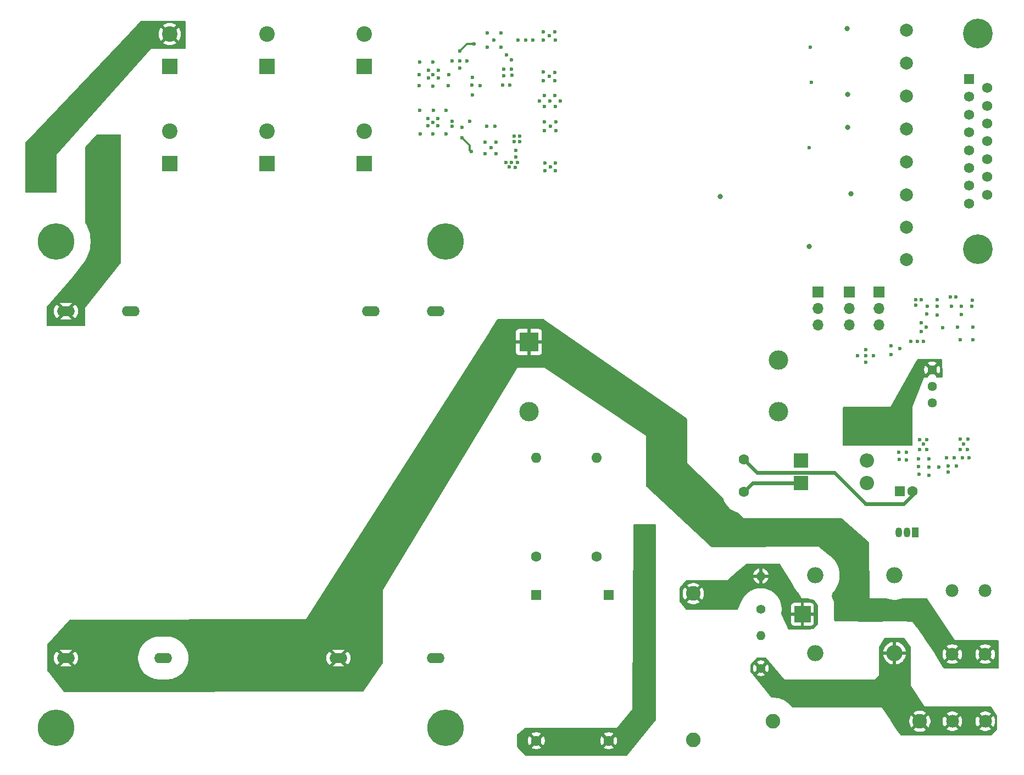
<source format=gbl>
G04 #@! TF.GenerationSoftware,KiCad,Pcbnew,9.0.0*
G04 #@! TF.CreationDate,2025-03-31T11:54:41-05:00*
G04 #@! TF.ProjectId,Power_Supply,506f7765-725f-4537-9570-706c792e6b69,rev?*
G04 #@! TF.SameCoordinates,Original*
G04 #@! TF.FileFunction,Copper,L4,Bot*
G04 #@! TF.FilePolarity,Positive*
%FSLAX46Y46*%
G04 Gerber Fmt 4.6, Leading zero omitted, Abs format (unit mm)*
G04 Created by KiCad (PCBNEW 9.0.0) date 2025-03-31 11:54:41*
%MOMM*%
%LPD*%
G01*
G04 APERTURE LIST*
G04 #@! TA.AperFunction,ComponentPad*
%ADD10C,2.000000*%
G04 #@! TD*
G04 #@! TA.AperFunction,ComponentPad*
%ADD11C,2.250000*%
G04 #@! TD*
G04 #@! TA.AperFunction,ComponentPad*
%ADD12R,1.561000X1.561000*%
G04 #@! TD*
G04 #@! TA.AperFunction,ComponentPad*
%ADD13C,1.561000*%
G04 #@! TD*
G04 #@! TA.AperFunction,ComponentPad*
%ADD14C,4.572000*%
G04 #@! TD*
G04 #@! TA.AperFunction,ComponentPad*
%ADD15C,1.600000*%
G04 #@! TD*
G04 #@! TA.AperFunction,ComponentPad*
%ADD16C,1.980000*%
G04 #@! TD*
G04 #@! TA.AperFunction,ComponentPad*
%ADD17R,1.700000X1.700000*%
G04 #@! TD*
G04 #@! TA.AperFunction,ComponentPad*
%ADD18O,1.700000X1.700000*%
G04 #@! TD*
G04 #@! TA.AperFunction,ComponentPad*
%ADD19R,2.400000X2.400000*%
G04 #@! TD*
G04 #@! TA.AperFunction,ComponentPad*
%ADD20C,2.400000*%
G04 #@! TD*
G04 #@! TA.AperFunction,ComponentPad*
%ADD21R,2.200000X2.200000*%
G04 #@! TD*
G04 #@! TA.AperFunction,ComponentPad*
%ADD22O,2.200000X2.200000*%
G04 #@! TD*
G04 #@! TA.AperFunction,ComponentPad*
%ADD23R,3.000000X3.000000*%
G04 #@! TD*
G04 #@! TA.AperFunction,ComponentPad*
%ADD24C,3.000000*%
G04 #@! TD*
G04 #@! TA.AperFunction,ComponentPad*
%ADD25C,1.400000*%
G04 #@! TD*
G04 #@! TA.AperFunction,ComponentPad*
%ADD26O,1.400000X1.400000*%
G04 #@! TD*
G04 #@! TA.AperFunction,ComponentPad*
%ADD27R,1.050000X1.500000*%
G04 #@! TD*
G04 #@! TA.AperFunction,ComponentPad*
%ADD28O,1.050000X1.500000*%
G04 #@! TD*
G04 #@! TA.AperFunction,ComponentPad*
%ADD29R,1.600000X1.600000*%
G04 #@! TD*
G04 #@! TA.AperFunction,ComponentPad*
%ADD30O,1.600000X1.600000*%
G04 #@! TD*
G04 #@! TA.AperFunction,ComponentPad*
%ADD31C,1.440000*%
G04 #@! TD*
G04 #@! TA.AperFunction,ComponentPad*
%ADD32R,1.600200X1.600200*%
G04 #@! TD*
G04 #@! TA.AperFunction,ComponentPad*
%ADD33C,1.600200*%
G04 #@! TD*
G04 #@! TA.AperFunction,ComponentPad*
%ADD34R,2.500000X2.500000*%
G04 #@! TD*
G04 #@! TA.AperFunction,ComponentPad*
%ADD35O,2.500000X2.500000*%
G04 #@! TD*
G04 #@! TA.AperFunction,ComponentPad*
%ADD36O,2.750000X1.571429*%
G04 #@! TD*
G04 #@! TA.AperFunction,ComponentPad*
%ADD37C,5.610000*%
G04 #@! TD*
G04 #@! TA.AperFunction,ViaPad*
%ADD38C,0.600000*%
G04 #@! TD*
G04 #@! TA.AperFunction,ViaPad*
%ADD39C,0.800000*%
G04 #@! TD*
G04 #@! TA.AperFunction,Conductor*
%ADD40C,0.600000*%
G04 #@! TD*
G04 #@! TA.AperFunction,Conductor*
%ADD41C,0.300000*%
G04 #@! TD*
G04 APERTURE END LIST*
D10*
X201440000Y-31520000D03*
D11*
X203540000Y-138090000D03*
X180940000Y-138090000D03*
D10*
X201440000Y-36600000D03*
X201440000Y-51840000D03*
D12*
X211095000Y-39026000D03*
D13*
X211095000Y-41769000D03*
X211095000Y-44512000D03*
X211095000Y-47256000D03*
X211095000Y-49999000D03*
X211095000Y-52742000D03*
X211095000Y-55485000D03*
X211095000Y-58228000D03*
X213940000Y-40398000D03*
X213940000Y-43141000D03*
X213940000Y-45884000D03*
X213940000Y-48627000D03*
X213940000Y-51370000D03*
X213940000Y-54114000D03*
X213940000Y-56857000D03*
D14*
X212517000Y-31965000D03*
X212517000Y-65290000D03*
D15*
X176390000Y-102715000D03*
X176390000Y-97715000D03*
D16*
X213620000Y-127740000D03*
X208540000Y-127740000D03*
X208550000Y-117940000D03*
X213630000Y-117940000D03*
D17*
X192640000Y-71890000D03*
D18*
X192640000Y-74430000D03*
X192640000Y-76970000D03*
D19*
X117940000Y-52090000D03*
D20*
X117940000Y-47090000D03*
D21*
X185260000Y-97840000D03*
D22*
X195420000Y-97840000D03*
D23*
X143282500Y-79590000D03*
D24*
X143282500Y-90340000D03*
X181782500Y-90340000D03*
X181782500Y-82340000D03*
D25*
X179040000Y-129930000D03*
D26*
X179040000Y-124850000D03*
D10*
X201440000Y-56920000D03*
D19*
X87940000Y-37090000D03*
D20*
X87940000Y-32090000D03*
D27*
X202810000Y-108930000D03*
D28*
X201540000Y-108930000D03*
X200270000Y-108930000D03*
D10*
X201440000Y-41680000D03*
D19*
X117940000Y-37090000D03*
D20*
X117940000Y-32090000D03*
D29*
X200440000Y-102590000D03*
D15*
X202440000Y-102590000D03*
X144390000Y-112660000D03*
D30*
X144390000Y-97420000D03*
D19*
X102940000Y-37090000D03*
D20*
X102940000Y-32090000D03*
D31*
X205440000Y-83861500D03*
X205440000Y-86401500D03*
X205440000Y-88941500D03*
D15*
X153690000Y-112710000D03*
D30*
X153690000Y-97470000D03*
D17*
X197240000Y-71865000D03*
D18*
X197240000Y-74405000D03*
X197240000Y-76945000D03*
D19*
X102940000Y-52090000D03*
D20*
X102940000Y-47090000D03*
D32*
X155590000Y-118595600D03*
D33*
X155590000Y-141095600D03*
D34*
X185440000Y-121590000D03*
D35*
X187440000Y-127590000D03*
X199640000Y-127590000D03*
X199640000Y-115590000D03*
X187440000Y-115590000D03*
D19*
X87940000Y-52090000D03*
D20*
X87940000Y-47090000D03*
D10*
X201447000Y-61903000D03*
X201447000Y-66903000D03*
D25*
X179040000Y-120780000D03*
D26*
X179040000Y-115700000D03*
D32*
X144440000Y-118595600D03*
D33*
X144440000Y-141095600D03*
D36*
X71940000Y-128340000D03*
X86940000Y-128340000D03*
X113940000Y-128340000D03*
X128940000Y-128340000D03*
X128940000Y-74840000D03*
X118940000Y-74840000D03*
X81940000Y-74840000D03*
X71940000Y-74840000D03*
D37*
X130440000Y-64090000D03*
X70440000Y-64090000D03*
X70440000Y-139090000D03*
X130440000Y-139090000D03*
D11*
X168640000Y-118390000D03*
X168640000Y-140990000D03*
D10*
X201440000Y-46760000D03*
D17*
X187840000Y-71890000D03*
D18*
X187840000Y-74430000D03*
X187840000Y-76970000D03*
D21*
X185185000Y-101340000D03*
D22*
X195345000Y-101340000D03*
D16*
X208560000Y-138090000D03*
X213640000Y-138090000D03*
D38*
X209115000Y-72665000D03*
X204640000Y-75290000D03*
X202890000Y-73090000D03*
X193915000Y-81740000D03*
X196440000Y-81740000D03*
X203765000Y-76615000D03*
X204490000Y-77340000D03*
X202890000Y-73940000D03*
X199115000Y-80140000D03*
X199140000Y-81540000D03*
X195190000Y-81738600D03*
X203150000Y-79530000D03*
X204100000Y-79510000D03*
X202200000Y-79520000D03*
X203740000Y-73090000D03*
X195190000Y-82740000D03*
X195190000Y-80790000D03*
X203790000Y-77940000D03*
D39*
X192940000Y-56765000D03*
D38*
X204665000Y-74090000D03*
X208265000Y-72665000D03*
X208415000Y-74090000D03*
X200490000Y-80640000D03*
X210890000Y-96140000D03*
X209790000Y-96140000D03*
X206215000Y-74090000D03*
X211165000Y-97465000D03*
X210940000Y-94540000D03*
X206215000Y-73065000D03*
D39*
X172775001Y-57129999D03*
D38*
X211590000Y-74115000D03*
X206190000Y-75415000D03*
X209965000Y-75340000D03*
X211740000Y-77340000D03*
X207915000Y-99690000D03*
X210302500Y-95340000D03*
X200340000Y-97715000D03*
X210115000Y-97465000D03*
X211615000Y-73115000D03*
X208865000Y-97465000D03*
X206490000Y-98915000D03*
X186490000Y-49615000D03*
X209740000Y-94540000D03*
X200315000Y-96615000D03*
X207915000Y-98715000D03*
X211765000Y-79240000D03*
X201465000Y-97815000D03*
X209765000Y-79265000D03*
X207090000Y-77390000D03*
X201440000Y-96615000D03*
X207690000Y-97465000D03*
X209390000Y-77340000D03*
X209965000Y-74090000D03*
X209165000Y-98715000D03*
X137440000Y-49590000D03*
X138240000Y-50540000D03*
X129290000Y-45090000D03*
X128570772Y-43890000D03*
X186865000Y-39515000D03*
X140990000Y-47840000D03*
X134515000Y-39990000D03*
X135790000Y-40015000D03*
X128540000Y-47490000D03*
X147490000Y-46990000D03*
X136840000Y-31890000D03*
X147490000Y-45640000D03*
X138990000Y-34090000D03*
X146440000Y-38602500D03*
X126440000Y-43890000D03*
X134165000Y-45565000D03*
X138090000Y-46340000D03*
X134615000Y-41490000D03*
X126411511Y-40042960D03*
X127715000Y-45115000D03*
X127840000Y-37690000D03*
X147290000Y-39290000D03*
X136540000Y-50540000D03*
X136790000Y-46340000D03*
X133765000Y-36265000D03*
X128540000Y-38315000D03*
X138240000Y-48740000D03*
X137890000Y-32990000D03*
X132640000Y-37315000D03*
X131465000Y-36265000D03*
X130540000Y-47490000D03*
X129290000Y-46265000D03*
X129340000Y-38890000D03*
X141840000Y-48640000D03*
X136840000Y-34090000D03*
X145540000Y-37940000D03*
X144930000Y-42420000D03*
X128540000Y-45677500D03*
X138990000Y-31890000D03*
X147290000Y-37990000D03*
X145540000Y-39290000D03*
X145690000Y-45640000D03*
X126460185Y-36437164D03*
X146590000Y-46327500D03*
X146505000Y-42420000D03*
X130540000Y-43890000D03*
X145690000Y-46990000D03*
X145710000Y-41590000D03*
X132640000Y-36265000D03*
X140990000Y-48640000D03*
X134565000Y-38740000D03*
X126540000Y-47490000D03*
X131440000Y-45590000D03*
X147330000Y-41580000D03*
X136540000Y-48740000D03*
X186627500Y-34127500D03*
X126415000Y-38315000D03*
X130887157Y-40014208D03*
X128540000Y-40090000D03*
X127740000Y-46265000D03*
X130915000Y-38315000D03*
X145720000Y-43250000D03*
X132990000Y-46515000D03*
X127840000Y-38890000D03*
X141840000Y-47840000D03*
X148180000Y-42420000D03*
X128540000Y-36440000D03*
X131465000Y-46340000D03*
X147340000Y-43240000D03*
X129340000Y-37690000D03*
X68240000Y-56290000D03*
X68240000Y-54890000D03*
X70240000Y-53490000D03*
X66090000Y-56290000D03*
X69115000Y-54865000D03*
X66090000Y-53440000D03*
X68215000Y-53365000D03*
X70240000Y-56265000D03*
X67265000Y-54890000D03*
X160440000Y-112690000D03*
X161840000Y-112690000D03*
X161540000Y-110590000D03*
X161540000Y-108990000D03*
X161140000Y-109790000D03*
X160740000Y-108990000D03*
X161140000Y-111890000D03*
X159840000Y-111890000D03*
X162440000Y-111890000D03*
X160740000Y-110590000D03*
X195240000Y-104590000D03*
D39*
X186465000Y-64890000D03*
D38*
X203340000Y-97640000D03*
X204915000Y-100140000D03*
X203365000Y-98840000D03*
X204590000Y-94640000D03*
X204940000Y-98915000D03*
X203490000Y-96140000D03*
X204940000Y-97615000D03*
X204590000Y-96140000D03*
X204077500Y-95340000D03*
D39*
X192440000Y-46490000D03*
D38*
X203540000Y-94640000D03*
X203415000Y-99965000D03*
X145765000Y-51990000D03*
X141520000Y-51930000D03*
X147390000Y-53165000D03*
X145765000Y-53140000D03*
X141310000Y-51070000D03*
X140229079Y-52616887D03*
X141290000Y-50040000D03*
X140640000Y-51940000D03*
X147390000Y-51965000D03*
X146590000Y-52552500D03*
D39*
X192440000Y-41415000D03*
D38*
X139790000Y-51940000D03*
X141200000Y-52650000D03*
X132640000Y-34715000D03*
X134840000Y-33640000D03*
X139415000Y-38490000D03*
X146440000Y-32377500D03*
X145540000Y-31740000D03*
X139840000Y-35340000D03*
X140640000Y-37490000D03*
D39*
X192352500Y-31240000D03*
D38*
X140340000Y-39990000D03*
X139215000Y-39940000D03*
X143930000Y-33020000D03*
X145540000Y-33040000D03*
X140665000Y-38465000D03*
X147290000Y-31740000D03*
X147340000Y-33040000D03*
X139390000Y-37465000D03*
X142820000Y-33010000D03*
X141590000Y-32990000D03*
X140640000Y-36040000D03*
X77665000Y-51290000D03*
X79940000Y-51090000D03*
X79940000Y-49690000D03*
X76790000Y-49790000D03*
X78440000Y-48090000D03*
X76940000Y-48090000D03*
X75340000Y-49890000D03*
X77640000Y-49790000D03*
X78540000Y-49790000D03*
X79865000Y-48065000D03*
X75540000Y-51190000D03*
X190202500Y-109590000D03*
X190190000Y-110640000D03*
X190215000Y-108540000D03*
X132990000Y-48065000D03*
X134408874Y-50239999D03*
X194240000Y-94640000D03*
X193290000Y-93690000D03*
X203490000Y-84790000D03*
X195190000Y-92390000D03*
X193040000Y-94590000D03*
X194240000Y-93640000D03*
X195190000Y-91441400D03*
X193740000Y-91440000D03*
X201490000Y-93815000D03*
X200240000Y-93840000D03*
X196590000Y-91440000D03*
X200240000Y-95040000D03*
X203490000Y-82690000D03*
X203490000Y-83690000D03*
X195190000Y-90490000D03*
X201440000Y-95065000D03*
D40*
X177765000Y-101340000D02*
X176390000Y-102715000D01*
X185185000Y-101340000D02*
X177765000Y-101340000D01*
X202440000Y-103192000D02*
X201042000Y-104590000D01*
X195240000Y-104590000D02*
X190389000Y-99739000D01*
X202440000Y-102590000D02*
X202440000Y-103192000D01*
X190389000Y-99739000D02*
X178414000Y-99739000D01*
X178414000Y-99739000D02*
X176390000Y-97715000D01*
X201042000Y-104590000D02*
X195240000Y-104590000D01*
D41*
X134840000Y-33640000D02*
X133715000Y-33640000D01*
X133715000Y-33640000D02*
X132640000Y-34715000D01*
X134209238Y-49284238D02*
X132990000Y-48065000D01*
X134209238Y-50040363D02*
X134209238Y-49284238D01*
X134408874Y-50239999D02*
X134209238Y-50040363D01*
G04 #@! TA.AperFunction,Conductor*
G36*
X162783039Y-107709685D02*
G01*
X162828794Y-107762489D01*
X162840000Y-107814000D01*
X162840000Y-137945878D01*
X162820315Y-138012917D01*
X162812129Y-138024205D01*
X158477215Y-143344327D01*
X158419608Y-143383865D01*
X158381086Y-143390000D01*
X142794072Y-143390000D01*
X142727033Y-143370315D01*
X142703206Y-143350376D01*
X141646387Y-142212262D01*
X141473134Y-142025682D01*
X141441941Y-141963162D01*
X141440000Y-141941306D01*
X141440000Y-140993280D01*
X143139900Y-140993280D01*
X143139900Y-141197919D01*
X143171913Y-141400042D01*
X143171913Y-141400045D01*
X143235148Y-141594662D01*
X143328055Y-141777001D01*
X143360453Y-141821592D01*
X143360453Y-141821593D01*
X143919396Y-141262650D01*
X143931116Y-141306387D01*
X144003011Y-141430913D01*
X144104687Y-141532589D01*
X144229213Y-141604484D01*
X144272949Y-141616203D01*
X143714005Y-142175145D01*
X143758598Y-142207544D01*
X143940937Y-142300451D01*
X144135555Y-142363686D01*
X144337681Y-142395700D01*
X144542319Y-142395700D01*
X144744442Y-142363686D01*
X144744445Y-142363686D01*
X144939062Y-142300451D01*
X145121401Y-142207544D01*
X145165992Y-142175146D01*
X145165992Y-142175145D01*
X144607050Y-141616203D01*
X144650787Y-141604484D01*
X144775313Y-141532589D01*
X144876989Y-141430913D01*
X144948884Y-141306387D01*
X144960603Y-141262650D01*
X145519545Y-141821592D01*
X145519546Y-141821592D01*
X145551944Y-141777001D01*
X145644851Y-141594662D01*
X145708086Y-141400045D01*
X145708086Y-141400042D01*
X145740100Y-141197919D01*
X145740100Y-140993280D01*
X154289900Y-140993280D01*
X154289900Y-141197919D01*
X154321913Y-141400042D01*
X154321913Y-141400045D01*
X154385148Y-141594662D01*
X154478055Y-141777001D01*
X154510453Y-141821592D01*
X154510453Y-141821593D01*
X155069396Y-141262650D01*
X155081116Y-141306387D01*
X155153011Y-141430913D01*
X155254687Y-141532589D01*
X155379213Y-141604484D01*
X155422949Y-141616203D01*
X154864005Y-142175145D01*
X154908598Y-142207544D01*
X155090937Y-142300451D01*
X155285555Y-142363686D01*
X155487681Y-142395700D01*
X155692319Y-142395700D01*
X155894442Y-142363686D01*
X155894445Y-142363686D01*
X156089062Y-142300451D01*
X156271401Y-142207544D01*
X156315992Y-142175146D01*
X156315992Y-142175145D01*
X155757050Y-141616203D01*
X155800787Y-141604484D01*
X155925313Y-141532589D01*
X156026989Y-141430913D01*
X156098884Y-141306387D01*
X156110603Y-141262650D01*
X156669545Y-141821592D01*
X156669546Y-141821592D01*
X156701944Y-141777001D01*
X156794851Y-141594662D01*
X156858086Y-141400045D01*
X156858086Y-141400042D01*
X156890100Y-141197919D01*
X156890100Y-140993280D01*
X156858086Y-140791157D01*
X156858086Y-140791154D01*
X156794851Y-140596537D01*
X156701944Y-140414198D01*
X156669545Y-140369606D01*
X156669545Y-140369605D01*
X156110602Y-140928548D01*
X156098884Y-140884813D01*
X156026989Y-140760287D01*
X155925313Y-140658611D01*
X155800787Y-140586716D01*
X155757049Y-140574996D01*
X156315993Y-140016053D01*
X156271401Y-139983655D01*
X156089062Y-139890748D01*
X155894444Y-139827513D01*
X155692319Y-139795500D01*
X155487681Y-139795500D01*
X155285557Y-139827513D01*
X155285554Y-139827513D01*
X155090937Y-139890748D01*
X154908602Y-139983653D01*
X154864006Y-140016053D01*
X155422950Y-140574996D01*
X155379213Y-140586716D01*
X155254687Y-140658611D01*
X155153011Y-140760287D01*
X155081116Y-140884813D01*
X155069396Y-140928549D01*
X154510453Y-140369606D01*
X154478053Y-140414202D01*
X154385148Y-140596537D01*
X154321913Y-140791154D01*
X154321913Y-140791157D01*
X154289900Y-140993280D01*
X145740100Y-140993280D01*
X145708086Y-140791157D01*
X145708086Y-140791154D01*
X145644851Y-140596537D01*
X145551944Y-140414198D01*
X145519545Y-140369606D01*
X145519545Y-140369605D01*
X144960602Y-140928548D01*
X144948884Y-140884813D01*
X144876989Y-140760287D01*
X144775313Y-140658611D01*
X144650787Y-140586716D01*
X144607049Y-140574996D01*
X145165993Y-140016053D01*
X145121401Y-139983655D01*
X144939062Y-139890748D01*
X144744444Y-139827513D01*
X144542319Y-139795500D01*
X144337681Y-139795500D01*
X144135557Y-139827513D01*
X144135554Y-139827513D01*
X143940937Y-139890748D01*
X143758602Y-139983653D01*
X143714006Y-140016053D01*
X144272950Y-140574996D01*
X144229213Y-140586716D01*
X144104687Y-140658611D01*
X144003011Y-140760287D01*
X143931116Y-140884813D01*
X143919396Y-140928549D01*
X143360453Y-140369606D01*
X143328053Y-140414202D01*
X143235148Y-140596537D01*
X143171913Y-140791154D01*
X143171913Y-140791157D01*
X143139900Y-140993280D01*
X141440000Y-140993280D01*
X141440000Y-140247511D01*
X141459685Y-140180472D01*
X141483903Y-140152851D01*
X141701593Y-139968652D01*
X142705325Y-139119340D01*
X142769217Y-139091063D01*
X142785422Y-139090000D01*
X156839999Y-139090000D01*
X156840000Y-139090000D01*
X159240000Y-136190000D01*
X159439136Y-107813130D01*
X159459291Y-107746230D01*
X159512414Y-107700847D01*
X159563133Y-107690000D01*
X162716000Y-107690000D01*
X162783039Y-107709685D01*
G37*
G04 #@! TD.AperFunction*
G04 #@! TA.AperFunction,Conductor*
G36*
X146440000Y-78090000D02*
G01*
X146440000Y-81340000D01*
X145190000Y-82534578D01*
X142217251Y-82534578D01*
X141576939Y-83590000D01*
X141576938Y-83590000D01*
X120810000Y-117819997D01*
X120780100Y-129042356D01*
X120760236Y-129109343D01*
X120758989Y-129111235D01*
X117856742Y-133425798D01*
X117802991Y-133470437D01*
X117754172Y-133480589D01*
X71717903Y-133598880D01*
X71650813Y-133579367D01*
X71619872Y-133551223D01*
X71521876Y-133425798D01*
X69453015Y-130777855D01*
X69096467Y-130321508D01*
X69070704Y-130256562D01*
X69070179Y-130245424D01*
X69069732Y-130031495D01*
X69065990Y-128238806D01*
X70065000Y-128238806D01*
X70065000Y-128441193D01*
X70096657Y-128641072D01*
X70159197Y-128833547D01*
X70251075Y-129013864D01*
X70370020Y-129177581D01*
X70513130Y-129320691D01*
X70566777Y-129359667D01*
X70566779Y-129359667D01*
X71222170Y-128704276D01*
X71257993Y-128740099D01*
X71372007Y-128805925D01*
X71499174Y-128840000D01*
X71793552Y-128840000D01*
X71041984Y-129591566D01*
X71049640Y-129594054D01*
X71049654Y-129594058D01*
X71249521Y-129625714D01*
X72630479Y-129625714D01*
X72830351Y-129594057D01*
X72838014Y-129591566D01*
X72086448Y-128840000D01*
X72380826Y-128840000D01*
X72507993Y-128805925D01*
X72622007Y-128740099D01*
X72657829Y-128704277D01*
X73313219Y-129359667D01*
X73313220Y-129359667D01*
X73366873Y-129320687D01*
X73509980Y-129177579D01*
X73628924Y-129013864D01*
X73720802Y-128833547D01*
X73783342Y-128641072D01*
X73815000Y-128441193D01*
X73815000Y-128238806D01*
X73808048Y-128194913D01*
X73805458Y-128178562D01*
X83064500Y-128178562D01*
X83064500Y-128501437D01*
X83096147Y-128822768D01*
X83159133Y-129139427D01*
X83159136Y-129139438D01*
X83252867Y-129448428D01*
X83376430Y-129746734D01*
X83376432Y-129746739D01*
X83528628Y-130031477D01*
X83528639Y-130031495D01*
X83708013Y-130299947D01*
X83708023Y-130299961D01*
X83912858Y-130549553D01*
X84141160Y-130777855D01*
X84141165Y-130777859D01*
X84141166Y-130777860D01*
X84390758Y-130982695D01*
X84659225Y-131162079D01*
X84659234Y-131162084D01*
X84659236Y-131162085D01*
X84943974Y-131314281D01*
X84943976Y-131314281D01*
X84943982Y-131314285D01*
X85242287Y-131437847D01*
X85551266Y-131531575D01*
X85551272Y-131531576D01*
X85551275Y-131531577D01*
X85551286Y-131531580D01*
X85867945Y-131594566D01*
X86189273Y-131626214D01*
X86189276Y-131626214D01*
X87690724Y-131626214D01*
X87690727Y-131626214D01*
X88012055Y-131594566D01*
X88073698Y-131582304D01*
X88328713Y-131531580D01*
X88328724Y-131531577D01*
X88328724Y-131531576D01*
X88328734Y-131531575D01*
X88637713Y-131437847D01*
X88936018Y-131314285D01*
X89220775Y-131162079D01*
X89489242Y-130982695D01*
X89738834Y-130777860D01*
X89967146Y-130549548D01*
X90171981Y-130299956D01*
X90351365Y-130031489D01*
X90503571Y-129746732D01*
X90627133Y-129448427D01*
X90720861Y-129139448D01*
X90720863Y-129139438D01*
X90720866Y-129139427D01*
X90771590Y-128884412D01*
X90783852Y-128822769D01*
X90815500Y-128501441D01*
X90815500Y-128238806D01*
X112065000Y-128238806D01*
X112065000Y-128441193D01*
X112096657Y-128641072D01*
X112159197Y-128833547D01*
X112251075Y-129013864D01*
X112370020Y-129177581D01*
X112513130Y-129320691D01*
X112566777Y-129359667D01*
X112566779Y-129359667D01*
X113222170Y-128704276D01*
X113257993Y-128740099D01*
X113372007Y-128805925D01*
X113499174Y-128840000D01*
X113793552Y-128840000D01*
X113041984Y-129591566D01*
X113049640Y-129594054D01*
X113049654Y-129594058D01*
X113249521Y-129625714D01*
X114630479Y-129625714D01*
X114830351Y-129594057D01*
X114838014Y-129591566D01*
X114086448Y-128840000D01*
X114380826Y-128840000D01*
X114507993Y-128805925D01*
X114622007Y-128740099D01*
X114657829Y-128704277D01*
X115313219Y-129359667D01*
X115313220Y-129359667D01*
X115366873Y-129320687D01*
X115509980Y-129177579D01*
X115628924Y-129013864D01*
X115720802Y-128833547D01*
X115783342Y-128641072D01*
X115815000Y-128441193D01*
X115815000Y-128238806D01*
X115783342Y-128038927D01*
X115720802Y-127846452D01*
X115628924Y-127666135D01*
X115509979Y-127502418D01*
X115366873Y-127359312D01*
X115313220Y-127320331D01*
X115313219Y-127320331D01*
X114657828Y-127975722D01*
X114622007Y-127939901D01*
X114507993Y-127874075D01*
X114380826Y-127840000D01*
X114086449Y-127840000D01*
X114838015Y-127088432D01*
X114830352Y-127085943D01*
X114630479Y-127054286D01*
X113249521Y-127054286D01*
X113049649Y-127085942D01*
X113049637Y-127085945D01*
X113041983Y-127088432D01*
X113793552Y-127840000D01*
X113499174Y-127840000D01*
X113372007Y-127874075D01*
X113257993Y-127939901D01*
X113222171Y-127975722D01*
X112566780Y-127320331D01*
X112566778Y-127320330D01*
X112513133Y-127359307D01*
X112513124Y-127359314D01*
X112370020Y-127502418D01*
X112251075Y-127666135D01*
X112159197Y-127846452D01*
X112096657Y-128038927D01*
X112065000Y-128238806D01*
X90815500Y-128238806D01*
X90815500Y-128178559D01*
X90783852Y-127857231D01*
X90745841Y-127666135D01*
X90720866Y-127540572D01*
X90720863Y-127540561D01*
X90720862Y-127540558D01*
X90720861Y-127540552D01*
X90627133Y-127231573D01*
X90627131Y-127231567D01*
X90603477Y-127174461D01*
X90553698Y-127054286D01*
X90503571Y-126933268D01*
X90351365Y-126648511D01*
X90171981Y-126380044D01*
X89967146Y-126130452D01*
X89967145Y-126130451D01*
X89967141Y-126130446D01*
X89738839Y-125902144D01*
X89489247Y-125697309D01*
X89489246Y-125697308D01*
X89489242Y-125697305D01*
X89220775Y-125517921D01*
X89220770Y-125517918D01*
X89220763Y-125517914D01*
X88936025Y-125365718D01*
X88936020Y-125365716D01*
X88637714Y-125242153D01*
X88328724Y-125148422D01*
X88328713Y-125148419D01*
X88012054Y-125085433D01*
X87770043Y-125061598D01*
X87690727Y-125053786D01*
X86189273Y-125053786D01*
X86115986Y-125061004D01*
X85867945Y-125085433D01*
X85551286Y-125148419D01*
X85551275Y-125148422D01*
X85242285Y-125242153D01*
X84943979Y-125365716D01*
X84943974Y-125365718D01*
X84659236Y-125517914D01*
X84659218Y-125517925D01*
X84390766Y-125697299D01*
X84390752Y-125697309D01*
X84141160Y-125902144D01*
X83912858Y-126130446D01*
X83708023Y-126380038D01*
X83708013Y-126380052D01*
X83528639Y-126648504D01*
X83528628Y-126648522D01*
X83376432Y-126933260D01*
X83376430Y-126933265D01*
X83252867Y-127231571D01*
X83159136Y-127540561D01*
X83159133Y-127540572D01*
X83096147Y-127857231D01*
X83064500Y-128178562D01*
X73805458Y-128178562D01*
X73783342Y-128038927D01*
X73720802Y-127846452D01*
X73628924Y-127666135D01*
X73509979Y-127502418D01*
X73366873Y-127359312D01*
X73313220Y-127320331D01*
X73313219Y-127320331D01*
X72657828Y-127975722D01*
X72622007Y-127939901D01*
X72507993Y-127874075D01*
X72380826Y-127840000D01*
X72086449Y-127840000D01*
X72838015Y-127088432D01*
X72830352Y-127085943D01*
X72630479Y-127054286D01*
X71249521Y-127054286D01*
X71049649Y-127085942D01*
X71049637Y-127085945D01*
X71041983Y-127088432D01*
X71793552Y-127840000D01*
X71499174Y-127840000D01*
X71372007Y-127874075D01*
X71257993Y-127939901D01*
X71222171Y-127975722D01*
X70566780Y-127320331D01*
X70566778Y-127320330D01*
X70513133Y-127359307D01*
X70513124Y-127359314D01*
X70370020Y-127502418D01*
X70251075Y-127666135D01*
X70159197Y-127846452D01*
X70096657Y-128038927D01*
X70065000Y-128238806D01*
X69065990Y-128238806D01*
X69062025Y-126339589D01*
X69081570Y-126272509D01*
X69092956Y-126257391D01*
X72414705Y-122484456D01*
X72473778Y-122447148D01*
X72507434Y-122442397D01*
X108932068Y-122343418D01*
X124479159Y-97967799D01*
X136116599Y-79721958D01*
X137187999Y-78042155D01*
X141282500Y-78042155D01*
X141282500Y-79340000D01*
X142574259Y-79340000D01*
X142561322Y-79371233D01*
X142532500Y-79516131D01*
X142532500Y-79663869D01*
X142561322Y-79808767D01*
X142574259Y-79840000D01*
X141282500Y-79840000D01*
X141282500Y-81137844D01*
X141288901Y-81197372D01*
X141288903Y-81197379D01*
X141339145Y-81332086D01*
X141339149Y-81332093D01*
X141425309Y-81447187D01*
X141425312Y-81447190D01*
X141540406Y-81533350D01*
X141540413Y-81533354D01*
X141675120Y-81583596D01*
X141675127Y-81583598D01*
X141734655Y-81589999D01*
X141734672Y-81590000D01*
X143032500Y-81590000D01*
X143032500Y-80298240D01*
X143063733Y-80311178D01*
X143208631Y-80340000D01*
X143356369Y-80340000D01*
X143501267Y-80311178D01*
X143532500Y-80298240D01*
X143532500Y-81590000D01*
X144830328Y-81590000D01*
X144830344Y-81589999D01*
X144889872Y-81583598D01*
X144889879Y-81583596D01*
X145024586Y-81533354D01*
X145024593Y-81533350D01*
X145139687Y-81447190D01*
X145139690Y-81447187D01*
X145225850Y-81332093D01*
X145225854Y-81332086D01*
X145276096Y-81197379D01*
X145276098Y-81197372D01*
X145282499Y-81137844D01*
X145282500Y-81137827D01*
X145282500Y-79840000D01*
X143990741Y-79840000D01*
X144003678Y-79808767D01*
X144032500Y-79663869D01*
X144032500Y-79516131D01*
X144003678Y-79371233D01*
X143990741Y-79340000D01*
X145282500Y-79340000D01*
X145282500Y-78042172D01*
X145282499Y-78042155D01*
X145276098Y-77982627D01*
X145276096Y-77982620D01*
X145225854Y-77847913D01*
X145225850Y-77847906D01*
X145139690Y-77732812D01*
X145139687Y-77732809D01*
X145024593Y-77646649D01*
X145024586Y-77646645D01*
X144889879Y-77596403D01*
X144889872Y-77596401D01*
X144830344Y-77590000D01*
X143532500Y-77590000D01*
X143532500Y-78881759D01*
X143501267Y-78868822D01*
X143356369Y-78840000D01*
X143208631Y-78840000D01*
X143063733Y-78868822D01*
X143032500Y-78881759D01*
X143032500Y-77590000D01*
X141734655Y-77590000D01*
X141675127Y-77596401D01*
X141675120Y-77596403D01*
X141540413Y-77646645D01*
X141540406Y-77646649D01*
X141425312Y-77732809D01*
X141425309Y-77732812D01*
X141339149Y-77847906D01*
X141339145Y-77847913D01*
X141288903Y-77982620D01*
X141288901Y-77982627D01*
X141282500Y-78042155D01*
X137187999Y-78042155D01*
X137232636Y-77972171D01*
X138428441Y-76097320D01*
X138481087Y-76051383D01*
X138532986Y-76040000D01*
X143840000Y-76040000D01*
X146440000Y-78090000D01*
G37*
G04 #@! TD.AperFunction*
G04 #@! TA.AperFunction,Conductor*
G36*
X206935158Y-82209685D02*
G01*
X206980913Y-82262489D01*
X206992101Y-82311862D01*
X207037825Y-84963862D01*
X207019299Y-85031231D01*
X206967291Y-85077890D01*
X206913843Y-85090000D01*
X206206333Y-85090000D01*
X206139294Y-85070315D01*
X206093539Y-85017511D01*
X206083595Y-84948353D01*
X206107715Y-84895537D01*
X206108646Y-84883700D01*
X205544915Y-84319968D01*
X205621413Y-84299471D01*
X205728587Y-84237594D01*
X205816094Y-84150087D01*
X205877971Y-84042913D01*
X205898468Y-83966414D01*
X206462200Y-84530146D01*
X206462201Y-84530146D01*
X206483436Y-84500919D01*
X206570616Y-84329821D01*
X206629959Y-84147184D01*
X206660000Y-83957515D01*
X206660000Y-83765484D01*
X206629959Y-83575815D01*
X206570616Y-83393178D01*
X206483434Y-83222077D01*
X206462201Y-83192852D01*
X206462200Y-83192851D01*
X205898468Y-83756584D01*
X205877971Y-83680087D01*
X205816094Y-83572913D01*
X205728587Y-83485406D01*
X205621413Y-83423529D01*
X205544914Y-83403031D01*
X206108646Y-82839298D01*
X206079415Y-82818061D01*
X205908321Y-82730883D01*
X205725684Y-82671540D01*
X205536015Y-82641500D01*
X205343985Y-82641500D01*
X205154315Y-82671540D01*
X204971678Y-82730883D01*
X204800578Y-82818064D01*
X204771352Y-82839298D01*
X204771351Y-82839298D01*
X205335085Y-83403031D01*
X205258587Y-83423529D01*
X205151413Y-83485406D01*
X205063906Y-83572913D01*
X205002029Y-83680087D01*
X204981531Y-83756584D01*
X204417798Y-83192851D01*
X204417798Y-83192852D01*
X204396564Y-83222078D01*
X204309383Y-83393178D01*
X204250040Y-83575815D01*
X204220000Y-83765484D01*
X204220000Y-83957515D01*
X204250040Y-84147184D01*
X204309383Y-84329821D01*
X204396561Y-84500915D01*
X204417798Y-84530146D01*
X204981531Y-83966414D01*
X205002029Y-84042913D01*
X205063906Y-84150087D01*
X205151413Y-84237594D01*
X205258587Y-84299471D01*
X205335085Y-84319968D01*
X204771351Y-84883700D01*
X204772591Y-84899452D01*
X204789216Y-84921010D01*
X204795196Y-84990624D01*
X204762590Y-85052419D01*
X204701752Y-85086777D01*
X204673665Y-85090000D01*
X204198620Y-85090000D01*
X202934157Y-88325536D01*
X202440000Y-89589999D01*
X202440000Y-95466000D01*
X202420315Y-95533039D01*
X202367511Y-95578794D01*
X202316000Y-95590000D01*
X191814000Y-95590000D01*
X191746961Y-95570315D01*
X191701206Y-95517511D01*
X191690000Y-95466000D01*
X191690000Y-89714000D01*
X191709685Y-89646961D01*
X191762489Y-89601206D01*
X191814000Y-89590000D01*
X198989998Y-89590000D01*
X198990000Y-89590000D01*
X202908848Y-82671540D01*
X203145989Y-82252885D01*
X203196157Y-82204256D01*
X203253882Y-82190000D01*
X206868119Y-82190000D01*
X206935158Y-82209685D01*
G37*
G04 #@! TD.AperFunction*
G04 #@! TA.AperFunction,Conductor*
G36*
X80383039Y-47609685D02*
G01*
X80428794Y-47662489D01*
X80440000Y-47714000D01*
X80440000Y-67319846D01*
X80420315Y-67386885D01*
X80413503Y-67396456D01*
X74940000Y-74362731D01*
X74940000Y-76966000D01*
X74920315Y-77033039D01*
X74867511Y-77078794D01*
X74816000Y-77090000D01*
X69064000Y-77090000D01*
X68996961Y-77070315D01*
X68951206Y-77017511D01*
X68940000Y-76966000D01*
X68940000Y-74738806D01*
X70065000Y-74738806D01*
X70065000Y-74941193D01*
X70096657Y-75141072D01*
X70159197Y-75333547D01*
X70251075Y-75513864D01*
X70370020Y-75677581D01*
X70513130Y-75820691D01*
X70566777Y-75859667D01*
X70566779Y-75859667D01*
X71222170Y-75204276D01*
X71257993Y-75240099D01*
X71372007Y-75305925D01*
X71499174Y-75340000D01*
X71793552Y-75340000D01*
X71041984Y-76091566D01*
X71049640Y-76094054D01*
X71049654Y-76094058D01*
X71249521Y-76125714D01*
X72630479Y-76125714D01*
X72830351Y-76094057D01*
X72838014Y-76091566D01*
X72086448Y-75340000D01*
X72380826Y-75340000D01*
X72507993Y-75305925D01*
X72622007Y-75240099D01*
X72657829Y-75204277D01*
X73313219Y-75859667D01*
X73313220Y-75859667D01*
X73366873Y-75820687D01*
X73509980Y-75677579D01*
X73628924Y-75513864D01*
X73720802Y-75333547D01*
X73783342Y-75141072D01*
X73815000Y-74941193D01*
X73815000Y-74738806D01*
X73783342Y-74538927D01*
X73720802Y-74346452D01*
X73628924Y-74166135D01*
X73509979Y-74002418D01*
X73366873Y-73859312D01*
X73313220Y-73820331D01*
X73313219Y-73820331D01*
X72657828Y-74475722D01*
X72622007Y-74439901D01*
X72507993Y-74374075D01*
X72380826Y-74340000D01*
X72086449Y-74340000D01*
X72838015Y-73588432D01*
X72830352Y-73585943D01*
X72630479Y-73554286D01*
X71249521Y-73554286D01*
X71049649Y-73585942D01*
X71049637Y-73585945D01*
X71041983Y-73588432D01*
X71793552Y-74340000D01*
X71499174Y-74340000D01*
X71372007Y-74374075D01*
X71257993Y-74439901D01*
X71222171Y-74475722D01*
X70566780Y-73820331D01*
X70566778Y-73820330D01*
X70513133Y-73859307D01*
X70513124Y-73859314D01*
X70370020Y-74002418D01*
X70251075Y-74166135D01*
X70159197Y-74346452D01*
X70096657Y-74538927D01*
X70065000Y-74738806D01*
X68940000Y-74738806D01*
X68940000Y-74208021D01*
X68959685Y-74140982D01*
X68970680Y-74126366D01*
X72940000Y-69590000D01*
X74940000Y-67090000D01*
X74940000Y-66939996D01*
X74956613Y-66877996D01*
X75150519Y-66542141D01*
X75346312Y-66122261D01*
X75504765Y-65686914D01*
X75624673Y-65239414D01*
X75705121Y-64783166D01*
X75745500Y-64321643D01*
X75745500Y-63858357D01*
X75705121Y-63396834D01*
X75624673Y-62940586D01*
X75504765Y-62493086D01*
X75419594Y-62259082D01*
X75346314Y-62057743D01*
X75150523Y-61637867D01*
X75150515Y-61637852D01*
X74956613Y-61302002D01*
X74940000Y-61240002D01*
X74940000Y-49552170D01*
X74959685Y-49485131D01*
X74971313Y-49469798D01*
X76605251Y-47631618D01*
X76664502Y-47594591D01*
X76697930Y-47590000D01*
X80316000Y-47590000D01*
X80383039Y-47609685D01*
G37*
G04 #@! TD.AperFunction*
G04 #@! TA.AperFunction,Conductor*
G36*
X90383039Y-30109685D02*
G01*
X90428794Y-30162489D01*
X90440000Y-30214000D01*
X90440000Y-34216000D01*
X90420315Y-34283039D01*
X90367511Y-34328794D01*
X90316000Y-34340000D01*
X85067778Y-34340000D01*
X70540000Y-50683750D01*
X70540000Y-56466000D01*
X70520315Y-56533039D01*
X70467511Y-56578794D01*
X70416000Y-56590000D01*
X65814000Y-56590000D01*
X65746961Y-56570315D01*
X65701206Y-56517511D01*
X65690000Y-56466000D01*
X65690000Y-48875522D01*
X65709685Y-48808483D01*
X65723982Y-48790242D01*
X80377421Y-33322723D01*
X81650824Y-31978575D01*
X86240000Y-31978575D01*
X86240000Y-32201424D01*
X86269085Y-32422354D01*
X86269088Y-32422367D01*
X86326763Y-32637618D01*
X86412045Y-32843502D01*
X86412054Y-32843520D01*
X86523464Y-33036491D01*
X86523473Y-33036504D01*
X86574040Y-33102403D01*
X86574043Y-33102403D01*
X87375387Y-32301059D01*
X87380889Y-32321591D01*
X87459881Y-32458408D01*
X87571592Y-32570119D01*
X87708409Y-32649111D01*
X87728940Y-32654612D01*
X86927595Y-33455955D01*
X86927595Y-33455956D01*
X86993507Y-33506533D01*
X87186485Y-33617949D01*
X87186497Y-33617954D01*
X87392381Y-33703236D01*
X87607632Y-33760911D01*
X87607645Y-33760914D01*
X87828575Y-33790000D01*
X88051425Y-33790000D01*
X88272354Y-33760914D01*
X88272367Y-33760911D01*
X88487618Y-33703236D01*
X88693502Y-33617954D01*
X88693514Y-33617949D01*
X88886498Y-33506530D01*
X88952403Y-33455957D01*
X88952404Y-33455956D01*
X88151059Y-32654612D01*
X88171591Y-32649111D01*
X88308408Y-32570119D01*
X88420119Y-32458408D01*
X88499111Y-32321591D01*
X88504612Y-32301059D01*
X89305956Y-33102404D01*
X89305957Y-33102403D01*
X89356530Y-33036498D01*
X89467949Y-32843514D01*
X89467954Y-32843502D01*
X89553236Y-32637618D01*
X89610911Y-32422367D01*
X89610914Y-32422354D01*
X89640000Y-32201424D01*
X89640000Y-31978575D01*
X89610914Y-31757645D01*
X89610911Y-31757632D01*
X89553236Y-31542381D01*
X89467954Y-31336497D01*
X89467949Y-31336485D01*
X89356533Y-31143507D01*
X89305956Y-31077595D01*
X89305955Y-31077595D01*
X88504612Y-31878939D01*
X88499111Y-31858409D01*
X88420119Y-31721592D01*
X88308408Y-31609881D01*
X88171591Y-31530889D01*
X88151058Y-31525387D01*
X88952403Y-30724043D01*
X88952403Y-30724040D01*
X88886504Y-30673473D01*
X88886491Y-30673464D01*
X88693520Y-30562054D01*
X88693502Y-30562045D01*
X88487618Y-30476763D01*
X88272367Y-30419088D01*
X88272354Y-30419085D01*
X88051425Y-30390000D01*
X87828575Y-30390000D01*
X87607645Y-30419085D01*
X87607632Y-30419088D01*
X87392381Y-30476763D01*
X87186497Y-30562045D01*
X87186479Y-30562054D01*
X86993511Y-30673462D01*
X86927595Y-30724042D01*
X87728941Y-31525387D01*
X87708409Y-31530889D01*
X87571592Y-31609881D01*
X87459881Y-31721592D01*
X87380889Y-31858409D01*
X87375387Y-31878940D01*
X86574042Y-31077595D01*
X86523462Y-31143511D01*
X86412054Y-31336479D01*
X86412045Y-31336497D01*
X86326763Y-31542381D01*
X86269088Y-31757632D01*
X86269085Y-31757645D01*
X86240000Y-31978575D01*
X81650824Y-31978575D01*
X81735460Y-31889237D01*
X82839329Y-30724042D01*
X83128235Y-30419085D01*
X83403318Y-30128720D01*
X83463714Y-30093590D01*
X83493336Y-30090000D01*
X90316000Y-30090000D01*
X90383039Y-30109685D01*
G37*
G04 #@! TD.AperFunction*
G04 #@! TA.AperFunction,Conductor*
G36*
X144882234Y-76040029D02*
G01*
X145464041Y-76048848D01*
X145559029Y-76069244D01*
X145602376Y-76093355D01*
X167583115Y-91371342D01*
X167650540Y-91441289D01*
X167686066Y-91531716D01*
X167690000Y-91575803D01*
X167690000Y-98287910D01*
X171397720Y-101892638D01*
X173186640Y-103631866D01*
X173241748Y-103711880D01*
X173251345Y-103738117D01*
X173278683Y-103828240D01*
X173402783Y-104127845D01*
X173402785Y-104127848D01*
X173555648Y-104413834D01*
X173555654Y-104413845D01*
X173728394Y-104672367D01*
X173735817Y-104683476D01*
X173941542Y-104934153D01*
X174170847Y-105163458D01*
X174421524Y-105369183D01*
X174421536Y-105369191D01*
X174691154Y-105549345D01*
X174691165Y-105549351D01*
X174977151Y-105702214D01*
X174977154Y-105702216D01*
X175056049Y-105734895D01*
X175276754Y-105826314D01*
X175276765Y-105826317D01*
X175276772Y-105826320D01*
X175461629Y-105882395D01*
X175547312Y-105928193D01*
X175562921Y-105942141D01*
X176448779Y-106803391D01*
X176448780Y-106803392D01*
X191414135Y-106759129D01*
X191509476Y-106777801D01*
X191579998Y-106821759D01*
X195622578Y-110403605D01*
X195681327Y-110480982D01*
X195705995Y-110574954D01*
X195706439Y-110587898D01*
X195777504Y-119115845D01*
X195777504Y-119115844D01*
X195777505Y-119115846D01*
X198283692Y-119108527D01*
X198368612Y-119125161D01*
X198369221Y-119123462D01*
X198374959Y-119125515D01*
X198374971Y-119125520D01*
X198374982Y-119125523D01*
X198374984Y-119125524D01*
X198727596Y-119232488D01*
X198727600Y-119232488D01*
X198727604Y-119232490D01*
X199089024Y-119304381D01*
X199455750Y-119340500D01*
X199455753Y-119340500D01*
X199824247Y-119340500D01*
X199824250Y-119340500D01*
X200190976Y-119304381D01*
X200552396Y-119232490D01*
X200905029Y-119125520D01*
X200919546Y-119119506D01*
X201014102Y-119100553D01*
X204493751Y-119090391D01*
X204589092Y-119109067D01*
X204670031Y-119162807D01*
X204701968Y-119201738D01*
X208940000Y-125590000D01*
X215491000Y-125590000D01*
X215586288Y-125608954D01*
X215667070Y-125662930D01*
X215721046Y-125743712D01*
X215740000Y-125839000D01*
X215740000Y-129741000D01*
X215721046Y-129836288D01*
X215667070Y-129917070D01*
X215586288Y-129971046D01*
X215491000Y-129990000D01*
X212340000Y-129990000D01*
X207378513Y-129990000D01*
X207283225Y-129971046D01*
X207202443Y-129917070D01*
X207166953Y-129872313D01*
X206620497Y-128991911D01*
X205846095Y-127744264D01*
X205770656Y-127622724D01*
X207050000Y-127622724D01*
X207050000Y-127857275D01*
X207086688Y-128088906D01*
X207159161Y-128311956D01*
X207265638Y-128520929D01*
X207324500Y-128601945D01*
X207931304Y-127995140D01*
X207955116Y-128052627D01*
X208027345Y-128160725D01*
X208119275Y-128252655D01*
X208227373Y-128324884D01*
X208284857Y-128348694D01*
X207678053Y-128955499D01*
X207759067Y-129014360D01*
X207968043Y-129120838D01*
X208191093Y-129193311D01*
X208422724Y-129229999D01*
X208422737Y-129230000D01*
X208657263Y-129230000D01*
X208657275Y-129229999D01*
X208888906Y-129193311D01*
X209111956Y-129120838D01*
X209320934Y-129014359D01*
X209320941Y-129014355D01*
X209401945Y-128955500D01*
X209401945Y-128955499D01*
X208795141Y-128348695D01*
X208852627Y-128324884D01*
X208960725Y-128252655D01*
X209052655Y-128160725D01*
X209124884Y-128052627D01*
X209148695Y-127995141D01*
X209755499Y-128601945D01*
X209755500Y-128601945D01*
X209814355Y-128520941D01*
X209814359Y-128520934D01*
X209920838Y-128311956D01*
X209993311Y-128088906D01*
X210029999Y-127857275D01*
X210030000Y-127857263D01*
X210030000Y-127622736D01*
X210029999Y-127622724D01*
X212130000Y-127622724D01*
X212130000Y-127857275D01*
X212166688Y-128088906D01*
X212239161Y-128311956D01*
X212345638Y-128520929D01*
X212404500Y-128601945D01*
X213011304Y-127995140D01*
X213035116Y-128052627D01*
X213107345Y-128160725D01*
X213199275Y-128252655D01*
X213307373Y-128324884D01*
X213364857Y-128348694D01*
X212758053Y-128955499D01*
X212839067Y-129014360D01*
X213048043Y-129120838D01*
X213271093Y-129193311D01*
X213502724Y-129229999D01*
X213502737Y-129230000D01*
X213737263Y-129230000D01*
X213737275Y-129229999D01*
X213968906Y-129193311D01*
X214191956Y-129120838D01*
X214400934Y-129014359D01*
X214400941Y-129014355D01*
X214481945Y-128955500D01*
X214481945Y-128955499D01*
X213875141Y-128348695D01*
X213932627Y-128324884D01*
X214040725Y-128252655D01*
X214132655Y-128160725D01*
X214204884Y-128052627D01*
X214228695Y-127995141D01*
X214835499Y-128601945D01*
X214835500Y-128601945D01*
X214894355Y-128520941D01*
X214894359Y-128520934D01*
X215000838Y-128311956D01*
X215073311Y-128088906D01*
X215109999Y-127857275D01*
X215110000Y-127857263D01*
X215110000Y-127622736D01*
X215109999Y-127622724D01*
X215073311Y-127391093D01*
X215000838Y-127168043D01*
X214894360Y-126959067D01*
X214835499Y-126878053D01*
X214228694Y-127484857D01*
X214204884Y-127427373D01*
X214132655Y-127319275D01*
X214040725Y-127227345D01*
X213932627Y-127155116D01*
X213875140Y-127131304D01*
X214481945Y-126524500D01*
X214400929Y-126465638D01*
X214191956Y-126359161D01*
X213968906Y-126286688D01*
X213737275Y-126250000D01*
X213502724Y-126250000D01*
X213271093Y-126286688D01*
X213048043Y-126359161D01*
X213048033Y-126359165D01*
X212839070Y-126465637D01*
X212839066Y-126465640D01*
X212758053Y-126524499D01*
X213364859Y-127131304D01*
X213307373Y-127155116D01*
X213199275Y-127227345D01*
X213107345Y-127319275D01*
X213035116Y-127427373D01*
X213011304Y-127484859D01*
X212404499Y-126878053D01*
X212345640Y-126959066D01*
X212345637Y-126959070D01*
X212239165Y-127168033D01*
X212239161Y-127168043D01*
X212166688Y-127391093D01*
X212130000Y-127622724D01*
X210029999Y-127622724D01*
X209993311Y-127391093D01*
X209920838Y-127168043D01*
X209814360Y-126959067D01*
X209755499Y-126878053D01*
X209148694Y-127484857D01*
X209124884Y-127427373D01*
X209052655Y-127319275D01*
X208960725Y-127227345D01*
X208852627Y-127155116D01*
X208795140Y-127131304D01*
X209401945Y-126524500D01*
X209320929Y-126465638D01*
X209111956Y-126359161D01*
X208888906Y-126286688D01*
X208657275Y-126250000D01*
X208422724Y-126250000D01*
X208191093Y-126286688D01*
X207968043Y-126359161D01*
X207968033Y-126359165D01*
X207759070Y-126465637D01*
X207759066Y-126465640D01*
X207678053Y-126524499D01*
X208284859Y-127131304D01*
X208227373Y-127155116D01*
X208119275Y-127227345D01*
X208027345Y-127319275D01*
X207955116Y-127427373D01*
X207931304Y-127484859D01*
X207324499Y-126878053D01*
X207265640Y-126959066D01*
X207265637Y-126959070D01*
X207159165Y-127168033D01*
X207159161Y-127168043D01*
X207086688Y-127391093D01*
X207050000Y-127622724D01*
X205770656Y-127622724D01*
X205440016Y-127090026D01*
X205440000Y-127090000D01*
X204443841Y-125662173D01*
X204419866Y-125619353D01*
X204373637Y-125513485D01*
X204278089Y-125353135D01*
X204212595Y-125243221D01*
X204212588Y-125243210D01*
X204212576Y-125243190D01*
X203244516Y-123828817D01*
X203171011Y-123729519D01*
X203134170Y-123679750D01*
X203134165Y-123679744D01*
X202922683Y-123446773D01*
X202887396Y-123412496D01*
X202877095Y-123403520D01*
X202836463Y-123358264D01*
X202439999Y-122789999D01*
X201808352Y-122784945D01*
X201744299Y-122776034D01*
X201697701Y-122763215D01*
X201388633Y-122704257D01*
X201316163Y-122699697D01*
X201074608Y-122684500D01*
X198211290Y-122684500D01*
X198211289Y-122684500D01*
X197934967Y-122699783D01*
X197934950Y-122699785D01*
X197661414Y-122747682D01*
X197616475Y-122751406D01*
X190592508Y-122695207D01*
X190497374Y-122675491D01*
X190417027Y-122620870D01*
X190363699Y-122539660D01*
X190345500Y-122446215D01*
X190345500Y-120266454D01*
X190344219Y-120186375D01*
X190344219Y-120186357D01*
X190343966Y-120178448D01*
X190333202Y-120013174D01*
X190282786Y-119702596D01*
X190193842Y-119400786D01*
X190169922Y-119335139D01*
X190139142Y-119254965D01*
X190025908Y-119018462D01*
X190023733Y-119009952D01*
X190018967Y-119002568D01*
X190011772Y-118963144D01*
X190001855Y-118924334D01*
X190001525Y-118907015D01*
X190009178Y-118424050D01*
X190029638Y-118329079D01*
X190082075Y-118251932D01*
X190222289Y-118111719D01*
X190456063Y-117826865D01*
X190660791Y-117520468D01*
X190834501Y-117195479D01*
X190975520Y-116855029D01*
X191082490Y-116502396D01*
X191154381Y-116140976D01*
X191190500Y-115774250D01*
X191190500Y-115405750D01*
X191154381Y-115039024D01*
X191082490Y-114677604D01*
X191073988Y-114649577D01*
X190975524Y-114324984D01*
X190975523Y-114324983D01*
X190975520Y-114324971D01*
X190834501Y-113984521D01*
X190801004Y-113921853D01*
X190660795Y-113659538D01*
X190660789Y-113659529D01*
X190456064Y-113353137D01*
X190456063Y-113353135D01*
X190222289Y-113068281D01*
X189961719Y-112807711D01*
X189676865Y-112573937D01*
X189370468Y-112369209D01*
X189370467Y-112369208D01*
X189370438Y-112369189D01*
X189350258Y-112354177D01*
X187940000Y-111190000D01*
X171507879Y-111217692D01*
X171412559Y-111198898D01*
X171338048Y-111151177D01*
X161444589Y-101966524D01*
X161387650Y-101887802D01*
X161365172Y-101793284D01*
X161365000Y-101784039D01*
X161365000Y-94094954D01*
X161364999Y-94094953D01*
X145690002Y-83590000D01*
X145690000Y-83590000D01*
X141576939Y-83590000D01*
X142217251Y-82534578D01*
X145190000Y-82534578D01*
X146440000Y-81340000D01*
X146440000Y-78090000D01*
X143840000Y-76040000D01*
X144878460Y-76040000D01*
X144882234Y-76040029D01*
G37*
G04 #@! TD.AperFunction*
G04 #@! TA.AperFunction,Conductor*
G36*
X181975663Y-113809685D02*
G01*
X182013607Y-113848011D01*
X183900354Y-116849654D01*
X183909929Y-116868184D01*
X184045499Y-117195479D01*
X184045500Y-117195481D01*
X184045502Y-117195486D01*
X184219202Y-117520456D01*
X184219213Y-117520474D01*
X184423931Y-117826856D01*
X184423941Y-117826870D01*
X184594537Y-118034742D01*
X184657711Y-118111719D01*
X184744605Y-118198613D01*
X184761904Y-118220302D01*
X185339999Y-119140000D01*
X185340000Y-119140000D01*
X186204310Y-119140000D01*
X186240305Y-119145339D01*
X186291215Y-119160782D01*
X186527604Y-119232490D01*
X186527610Y-119232491D01*
X186527613Y-119232492D01*
X186527624Y-119232495D01*
X186830132Y-119292666D01*
X186889024Y-119304381D01*
X187127484Y-119327867D01*
X187192270Y-119354026D01*
X187215156Y-119377712D01*
X187815827Y-120192908D01*
X187839747Y-120258555D01*
X187840000Y-120266464D01*
X187840000Y-123138637D01*
X187820315Y-123205676D01*
X187803681Y-123226318D01*
X187214744Y-123815254D01*
X187153421Y-123848739D01*
X187139217Y-123850976D01*
X186889034Y-123875617D01*
X186889017Y-123875620D01*
X186527624Y-123947504D01*
X186527613Y-123947507D01*
X186405134Y-123984661D01*
X186369139Y-123990000D01*
X183417201Y-123990000D01*
X183350162Y-123970315D01*
X183305930Y-123920724D01*
X182954267Y-123205676D01*
X182164223Y-121599254D01*
X182152302Y-121530411D01*
X182154599Y-121516964D01*
X182200252Y-121316948D01*
X182240500Y-120959736D01*
X182240500Y-120600264D01*
X182205786Y-120292172D01*
X182205784Y-120292155D01*
X183690000Y-120292155D01*
X183690000Y-121340000D01*
X184839999Y-121340000D01*
X184814979Y-121400402D01*
X184790000Y-121525981D01*
X184790000Y-121654019D01*
X184814979Y-121779598D01*
X184839999Y-121840000D01*
X183690000Y-121840000D01*
X183690000Y-122887844D01*
X183696401Y-122947372D01*
X183696403Y-122947379D01*
X183746645Y-123082086D01*
X183746649Y-123082093D01*
X183832809Y-123197187D01*
X183832812Y-123197190D01*
X183947906Y-123283350D01*
X183947913Y-123283354D01*
X184082620Y-123333596D01*
X184082627Y-123333598D01*
X184142155Y-123339999D01*
X184142172Y-123340000D01*
X185190000Y-123340000D01*
X185190000Y-122190001D01*
X185250402Y-122215021D01*
X185375981Y-122240000D01*
X185504019Y-122240000D01*
X185629598Y-122215021D01*
X185690000Y-122190001D01*
X185690000Y-123340000D01*
X186737828Y-123340000D01*
X186737844Y-123339999D01*
X186797372Y-123333598D01*
X186797379Y-123333596D01*
X186932086Y-123283354D01*
X186932093Y-123283350D01*
X187047187Y-123197190D01*
X187047190Y-123197187D01*
X187133350Y-123082093D01*
X187133354Y-123082086D01*
X187183596Y-122947379D01*
X187183598Y-122947372D01*
X187189999Y-122887844D01*
X187190000Y-122887827D01*
X187190000Y-121840000D01*
X186040001Y-121840000D01*
X186065021Y-121779598D01*
X186090000Y-121654019D01*
X186090000Y-121525981D01*
X186065021Y-121400402D01*
X186040001Y-121340000D01*
X187190000Y-121340000D01*
X187190000Y-120292172D01*
X187189999Y-120292155D01*
X187183598Y-120232627D01*
X187183596Y-120232620D01*
X187133354Y-120097913D01*
X187133350Y-120097906D01*
X187047190Y-119982812D01*
X187047187Y-119982809D01*
X186932093Y-119896649D01*
X186932086Y-119896645D01*
X186797379Y-119846403D01*
X186797372Y-119846401D01*
X186737844Y-119840000D01*
X185690000Y-119840000D01*
X185690000Y-120989998D01*
X185629598Y-120964979D01*
X185504019Y-120940000D01*
X185375981Y-120940000D01*
X185250402Y-120964979D01*
X185190000Y-120989998D01*
X185190000Y-119840000D01*
X184142155Y-119840000D01*
X184082627Y-119846401D01*
X184082620Y-119846403D01*
X183947913Y-119896645D01*
X183947906Y-119896649D01*
X183832812Y-119982809D01*
X183832809Y-119982812D01*
X183746649Y-120097906D01*
X183746645Y-120097913D01*
X183696403Y-120232620D01*
X183696401Y-120232627D01*
X183690000Y-120292155D01*
X182205784Y-120292155D01*
X182200254Y-120243066D01*
X182200251Y-120243048D01*
X182197872Y-120232627D01*
X182120262Y-119892592D01*
X182001536Y-119553292D01*
X181851474Y-119241686D01*
X181845567Y-119229420D01*
X181845566Y-119229418D01*
X181654315Y-118925044D01*
X181430188Y-118643997D01*
X181176003Y-118389812D01*
X180894956Y-118165685D01*
X180590582Y-117974434D01*
X180590579Y-117974432D01*
X180266711Y-117818465D01*
X179927419Y-117699741D01*
X179927407Y-117699737D01*
X179576951Y-117619748D01*
X179576935Y-117619746D01*
X179219740Y-117579500D01*
X179219736Y-117579500D01*
X178860264Y-117579500D01*
X178860259Y-117579500D01*
X178503064Y-117619746D01*
X178503048Y-117619748D01*
X178152592Y-117699737D01*
X178152580Y-117699741D01*
X177813288Y-117818465D01*
X177489420Y-117974432D01*
X177185045Y-118165684D01*
X176903997Y-118389811D01*
X176649811Y-118643997D01*
X176425684Y-118925045D01*
X176234432Y-119229420D01*
X176078467Y-119553284D01*
X176078461Y-119553298D01*
X176021316Y-119716609D01*
X176015347Y-119730782D01*
X175474183Y-120821128D01*
X175426746Y-120872426D01*
X175363111Y-120890000D01*
X170640000Y-120890000D01*
X167502000Y-120890000D01*
X167434961Y-120870315D01*
X167402800Y-120840400D01*
X166569467Y-119729289D01*
X166569465Y-119729286D01*
X166564798Y-119723063D01*
X166540324Y-119657621D01*
X166540000Y-119648666D01*
X166540000Y-118262110D01*
X167015000Y-118262110D01*
X167015000Y-118517889D01*
X167055013Y-118770523D01*
X167134051Y-119013781D01*
X167134052Y-119013784D01*
X167250175Y-119241686D01*
X167327850Y-119348595D01*
X167327850Y-119348596D01*
X167962421Y-118714024D01*
X167975359Y-118745258D01*
X168057437Y-118868097D01*
X168161903Y-118972563D01*
X168284742Y-119054641D01*
X168315974Y-119067577D01*
X167681402Y-119702148D01*
X167788313Y-119779824D01*
X168016215Y-119895947D01*
X168016218Y-119895948D01*
X168259476Y-119974986D01*
X168512111Y-120015000D01*
X168767889Y-120015000D01*
X169020523Y-119974986D01*
X169263781Y-119895948D01*
X169263784Y-119895947D01*
X169491685Y-119779825D01*
X169598595Y-119702148D01*
X169598596Y-119702148D01*
X168964025Y-119067578D01*
X168995258Y-119054641D01*
X169118097Y-118972563D01*
X169222563Y-118868097D01*
X169304641Y-118745258D01*
X169317578Y-118714025D01*
X169952148Y-119348596D01*
X169952148Y-119348595D01*
X170029825Y-119241685D01*
X170145947Y-119013784D01*
X170145948Y-119013781D01*
X170224986Y-118770523D01*
X170265000Y-118517889D01*
X170265000Y-118262110D01*
X170224986Y-118009476D01*
X170145948Y-117766218D01*
X170145947Y-117766215D01*
X170029824Y-117538313D01*
X169952148Y-117431403D01*
X169952148Y-117431402D01*
X169317577Y-118065973D01*
X169304641Y-118034742D01*
X169222563Y-117911903D01*
X169118097Y-117807437D01*
X168995258Y-117725359D01*
X168964024Y-117712421D01*
X169598596Y-117077850D01*
X169491686Y-117000175D01*
X169263784Y-116884052D01*
X169263781Y-116884051D01*
X169020523Y-116805013D01*
X168767889Y-116765000D01*
X168512111Y-116765000D01*
X168259476Y-116805013D01*
X168016218Y-116884051D01*
X168016215Y-116884052D01*
X167788310Y-117000177D01*
X167681403Y-117077849D01*
X167681402Y-117077850D01*
X168315974Y-117712421D01*
X168284742Y-117725359D01*
X168161903Y-117807437D01*
X168057437Y-117911903D01*
X167975359Y-118034742D01*
X167962421Y-118065974D01*
X167327850Y-117431402D01*
X167327849Y-117431403D01*
X167250177Y-117538310D01*
X167134052Y-117766215D01*
X167134051Y-117766218D01*
X167055013Y-118009476D01*
X167015000Y-118262110D01*
X166540000Y-118262110D01*
X166540000Y-117534893D01*
X166559685Y-117467854D01*
X166568736Y-117455516D01*
X167502819Y-116334616D01*
X167560858Y-116295718D01*
X167598078Y-116290000D01*
X173840000Y-116290000D01*
X174213373Y-115981002D01*
X174250834Y-115950000D01*
X177864638Y-115950000D01*
X177869548Y-115981002D01*
X177927914Y-116160637D01*
X178013670Y-116328940D01*
X178124685Y-116481741D01*
X178124689Y-116481746D01*
X178258253Y-116615310D01*
X178258258Y-116615314D01*
X178411059Y-116726329D01*
X178579362Y-116812085D01*
X178758997Y-116870451D01*
X178790000Y-116875362D01*
X178790000Y-116875361D01*
X179290000Y-116875361D01*
X179321002Y-116870451D01*
X179500637Y-116812085D01*
X179668940Y-116726329D01*
X179821741Y-116615314D01*
X179821746Y-116615310D01*
X179955310Y-116481746D01*
X179955314Y-116481741D01*
X180066329Y-116328940D01*
X180152085Y-116160637D01*
X180210451Y-115981002D01*
X180215362Y-115950000D01*
X179290000Y-115950000D01*
X179290000Y-116875361D01*
X178790000Y-116875361D01*
X178790000Y-115950000D01*
X177864638Y-115950000D01*
X174250834Y-115950000D01*
X174411049Y-115817408D01*
X174608595Y-115653922D01*
X178690000Y-115653922D01*
X178690000Y-115746078D01*
X178713852Y-115835095D01*
X178759930Y-115914905D01*
X178825095Y-115980070D01*
X178904905Y-116026148D01*
X178993922Y-116050000D01*
X179086078Y-116050000D01*
X179175095Y-116026148D01*
X179254905Y-115980070D01*
X179320070Y-115914905D01*
X179366148Y-115835095D01*
X179390000Y-115746078D01*
X179390000Y-115653922D01*
X179366148Y-115564905D01*
X179320070Y-115485095D01*
X179284975Y-115450000D01*
X179290000Y-115450000D01*
X180215362Y-115450000D01*
X180210451Y-115418997D01*
X180152085Y-115239362D01*
X180066329Y-115071059D01*
X179955314Y-114918258D01*
X179955310Y-114918253D01*
X179821746Y-114784689D01*
X179821741Y-114784685D01*
X179668940Y-114673670D01*
X179500635Y-114587913D01*
X179321004Y-114529549D01*
X179320995Y-114529547D01*
X179290000Y-114524637D01*
X179290000Y-115450000D01*
X179284975Y-115450000D01*
X179254905Y-115419930D01*
X179175095Y-115373852D01*
X179086078Y-115350000D01*
X178993922Y-115350000D01*
X178904905Y-115373852D01*
X178825095Y-115419930D01*
X178759930Y-115485095D01*
X178713852Y-115564905D01*
X178690000Y-115653922D01*
X174608595Y-115653922D01*
X174855001Y-115450000D01*
X177864638Y-115450000D01*
X178790000Y-115450000D01*
X178790000Y-114524637D01*
X178789999Y-114524637D01*
X178759004Y-114529547D01*
X178758995Y-114529549D01*
X178579364Y-114587913D01*
X178411059Y-114673670D01*
X178258258Y-114784685D01*
X178258253Y-114784689D01*
X178124689Y-114918253D01*
X178124685Y-114918258D01*
X178013670Y-115071059D01*
X177927914Y-115239362D01*
X177869548Y-115418997D01*
X177864638Y-115450000D01*
X174855001Y-115450000D01*
X174925647Y-115391534D01*
X176826432Y-113818471D01*
X176890629Y-113790894D01*
X176905490Y-113790000D01*
X181908624Y-113790000D01*
X181975663Y-113809685D01*
G37*
G04 #@! TD.AperFunction*
G04 #@! TA.AperFunction,Conductor*
G36*
X201141647Y-125209685D02*
G01*
X201176934Y-125243962D01*
X202144994Y-126658335D01*
X202166615Y-126724774D01*
X202166667Y-126728371D01*
X202166667Y-132590000D01*
X204237251Y-135790000D01*
X214400304Y-135790000D01*
X214467343Y-135809685D01*
X214503478Y-135845217D01*
X215445841Y-137258761D01*
X215466649Y-137325460D01*
X215466667Y-137327544D01*
X215466667Y-139334775D01*
X215446982Y-139401814D01*
X215425619Y-139426943D01*
X214502036Y-140258168D01*
X214439037Y-140288384D01*
X214419084Y-140290000D01*
X200632604Y-140290000D01*
X200565565Y-140270315D01*
X200529799Y-140235334D01*
X199982771Y-139424223D01*
X199040169Y-138026572D01*
X198996695Y-137962110D01*
X201915000Y-137962110D01*
X201915000Y-138217889D01*
X201955013Y-138470523D01*
X202034051Y-138713781D01*
X202034052Y-138713784D01*
X202150175Y-138941686D01*
X202227850Y-139048595D01*
X202227850Y-139048596D01*
X202862421Y-138414024D01*
X202875359Y-138445258D01*
X202957437Y-138568097D01*
X203061903Y-138672563D01*
X203184742Y-138754641D01*
X203215974Y-138767577D01*
X202581402Y-139402148D01*
X202688313Y-139479824D01*
X202916215Y-139595947D01*
X202916218Y-139595948D01*
X203159476Y-139674986D01*
X203412111Y-139715000D01*
X203667889Y-139715000D01*
X203920523Y-139674986D01*
X204163781Y-139595948D01*
X204163784Y-139595947D01*
X204391685Y-139479825D01*
X204498595Y-139402148D01*
X204498596Y-139402148D01*
X204442369Y-139345921D01*
X203864025Y-138767578D01*
X203895258Y-138754641D01*
X204018097Y-138672563D01*
X204122563Y-138568097D01*
X204204641Y-138445258D01*
X204217577Y-138414025D01*
X204852148Y-139048596D01*
X204852148Y-139048595D01*
X204929825Y-138941685D01*
X205045947Y-138713784D01*
X205045948Y-138713781D01*
X205124986Y-138470523D01*
X205165000Y-138217889D01*
X205165000Y-137972734D01*
X207070000Y-137972734D01*
X207070000Y-138207265D01*
X207106689Y-138438909D01*
X207179164Y-138661965D01*
X207285640Y-138870933D01*
X207344498Y-138951945D01*
X207344499Y-138951945D01*
X207951304Y-138345140D01*
X207975116Y-138402627D01*
X208047345Y-138510725D01*
X208139275Y-138602655D01*
X208247373Y-138674884D01*
X208304858Y-138698695D01*
X207698052Y-139305499D01*
X207698053Y-139305500D01*
X207779066Y-139364359D01*
X207988034Y-139470835D01*
X208211090Y-139543310D01*
X208442735Y-139580000D01*
X208677265Y-139580000D01*
X208908909Y-139543310D01*
X209131965Y-139470835D01*
X209340930Y-139364361D01*
X209421945Y-139305499D01*
X209421946Y-139305499D01*
X208815141Y-138698695D01*
X208872627Y-138674884D01*
X208980725Y-138602655D01*
X209072655Y-138510725D01*
X209144884Y-138402627D01*
X209168695Y-138345142D01*
X209775499Y-138951946D01*
X209775499Y-138951945D01*
X209834361Y-138870930D01*
X209940835Y-138661965D01*
X210013310Y-138438909D01*
X210050000Y-138207265D01*
X210050000Y-137972734D01*
X212150000Y-137972734D01*
X212150000Y-138207265D01*
X212186689Y-138438909D01*
X212259164Y-138661965D01*
X212365640Y-138870933D01*
X212424498Y-138951945D01*
X212424499Y-138951945D01*
X213031304Y-138345139D01*
X213055116Y-138402627D01*
X213127345Y-138510725D01*
X213219275Y-138602655D01*
X213327373Y-138674884D01*
X213384858Y-138698695D01*
X212778052Y-139305499D01*
X212778053Y-139305500D01*
X212859066Y-139364359D01*
X213068034Y-139470835D01*
X213291090Y-139543310D01*
X213522735Y-139580000D01*
X213757265Y-139580000D01*
X213988909Y-139543310D01*
X214211965Y-139470835D01*
X214420930Y-139364361D01*
X214501945Y-139305499D01*
X214501946Y-139305499D01*
X213895141Y-138698695D01*
X213952627Y-138674884D01*
X214060725Y-138602655D01*
X214152655Y-138510725D01*
X214224884Y-138402627D01*
X214248695Y-138345141D01*
X214855499Y-138951946D01*
X214855499Y-138951945D01*
X214914361Y-138870930D01*
X215020835Y-138661965D01*
X215093310Y-138438909D01*
X215130000Y-138207265D01*
X215130000Y-137972734D01*
X215093310Y-137741090D01*
X215020835Y-137518034D01*
X214914359Y-137309066D01*
X214855500Y-137228053D01*
X214855499Y-137228052D01*
X214248694Y-137834857D01*
X214224884Y-137777373D01*
X214152655Y-137669275D01*
X214060725Y-137577345D01*
X213952627Y-137505116D01*
X213895141Y-137481304D01*
X214501945Y-136874499D01*
X214501945Y-136874498D01*
X214420933Y-136815640D01*
X214211965Y-136709164D01*
X213988909Y-136636689D01*
X213757265Y-136600000D01*
X213522735Y-136600000D01*
X213291090Y-136636689D01*
X213068034Y-136709164D01*
X212859068Y-136815639D01*
X212778053Y-136874498D01*
X212778053Y-136874499D01*
X213384858Y-137481304D01*
X213327373Y-137505116D01*
X213219275Y-137577345D01*
X213127345Y-137669275D01*
X213055116Y-137777373D01*
X213031304Y-137834858D01*
X212424499Y-137228053D01*
X212424498Y-137228053D01*
X212365639Y-137309068D01*
X212259164Y-137518034D01*
X212186689Y-137741090D01*
X212150000Y-137972734D01*
X210050000Y-137972734D01*
X210013310Y-137741090D01*
X209940835Y-137518034D01*
X209834359Y-137309066D01*
X209775500Y-137228053D01*
X209775499Y-137228052D01*
X209168694Y-137834857D01*
X209144884Y-137777373D01*
X209072655Y-137669275D01*
X208980725Y-137577345D01*
X208872627Y-137505116D01*
X208815141Y-137481304D01*
X209421945Y-136874499D01*
X209421945Y-136874498D01*
X209340933Y-136815640D01*
X209131965Y-136709164D01*
X208908909Y-136636689D01*
X208677265Y-136600000D01*
X208442735Y-136600000D01*
X208211090Y-136636689D01*
X207988034Y-136709164D01*
X207779068Y-136815639D01*
X207698053Y-136874498D01*
X207698053Y-136874499D01*
X208304858Y-137481304D01*
X208247373Y-137505116D01*
X208139275Y-137577345D01*
X208047345Y-137669275D01*
X207975116Y-137777373D01*
X207951304Y-137834858D01*
X207344499Y-137228053D01*
X207344498Y-137228053D01*
X207285639Y-137309068D01*
X207179164Y-137518034D01*
X207106689Y-137741090D01*
X207070000Y-137972734D01*
X205165000Y-137972734D01*
X205165000Y-137962110D01*
X205124986Y-137709476D01*
X205045948Y-137466218D01*
X205045947Y-137466215D01*
X204929824Y-137238313D01*
X204852148Y-137131403D01*
X204852148Y-137131402D01*
X204217577Y-137765973D01*
X204204641Y-137734742D01*
X204122563Y-137611903D01*
X204018097Y-137507437D01*
X203895258Y-137425359D01*
X203864024Y-137412421D01*
X204442370Y-136834077D01*
X204498596Y-136777850D01*
X204391686Y-136700175D01*
X204163784Y-136584052D01*
X204163781Y-136584051D01*
X203920523Y-136505013D01*
X203667889Y-136465000D01*
X203412111Y-136465000D01*
X203159476Y-136505013D01*
X202916218Y-136584051D01*
X202916215Y-136584052D01*
X202688310Y-136700177D01*
X202581403Y-136777849D01*
X202581402Y-136777850D01*
X203215974Y-137412421D01*
X203184742Y-137425359D01*
X203061903Y-137507437D01*
X202957437Y-137611903D01*
X202875359Y-137734742D01*
X202862421Y-137765974D01*
X202227850Y-137131402D01*
X202227849Y-137131403D01*
X202150177Y-137238310D01*
X202034052Y-137466215D01*
X202034051Y-137466218D01*
X201955013Y-137709476D01*
X201915000Y-137962110D01*
X198996695Y-137962110D01*
X197666667Y-135990000D01*
X197666666Y-135990000D01*
X183963455Y-135990000D01*
X183896416Y-135970315D01*
X183860353Y-135934890D01*
X183855541Y-135927688D01*
X183855537Y-135927683D01*
X183855533Y-135927677D01*
X183629553Y-135652321D01*
X183377678Y-135400446D01*
X183102317Y-135174463D01*
X183102316Y-135174462D01*
X183102312Y-135174459D01*
X182806127Y-134976555D01*
X182806122Y-134976552D01*
X182806115Y-134976548D01*
X182491977Y-134808638D01*
X182491972Y-134808636D01*
X182162868Y-134672316D01*
X181821977Y-134568908D01*
X181821966Y-134568905D01*
X181472619Y-134499417D01*
X181472602Y-134499414D01*
X181204525Y-134473011D01*
X181118109Y-134464500D01*
X180761891Y-134464500D01*
X180761890Y-134464500D01*
X180721662Y-134468461D01*
X180653016Y-134455441D01*
X180612683Y-134422520D01*
X177849136Y-130968085D01*
X177824974Y-130937882D01*
X178385669Y-130937882D01*
X178385670Y-130937883D01*
X178411059Y-130956329D01*
X178579362Y-131042085D01*
X178758997Y-131100451D01*
X178945553Y-131130000D01*
X179134447Y-131130000D01*
X179321002Y-131100451D01*
X179500637Y-131042085D01*
X179668937Y-130956331D01*
X179694328Y-130937883D01*
X179694328Y-130937882D01*
X179040001Y-130283554D01*
X179040000Y-130283554D01*
X178385669Y-130937882D01*
X177824974Y-130937882D01*
X177493839Y-130523964D01*
X177467331Y-130459318D01*
X177466667Y-130446502D01*
X177466667Y-129835552D01*
X177840000Y-129835552D01*
X177840000Y-130024447D01*
X177869548Y-130211002D01*
X177927914Y-130390637D01*
X178013666Y-130558933D01*
X178032116Y-130584328D01*
X178686446Y-129930000D01*
X178686446Y-129929999D01*
X178640369Y-129883922D01*
X178690000Y-129883922D01*
X178690000Y-129976078D01*
X178713852Y-130065095D01*
X178759930Y-130144905D01*
X178825095Y-130210070D01*
X178904905Y-130256148D01*
X178993922Y-130280000D01*
X179086078Y-130280000D01*
X179175095Y-130256148D01*
X179254905Y-130210070D01*
X179320070Y-130144905D01*
X179366148Y-130065095D01*
X179390000Y-129976078D01*
X179390000Y-129929999D01*
X179393554Y-129929999D01*
X179393554Y-129930000D01*
X180047882Y-130584328D01*
X180047883Y-130584328D01*
X180066331Y-130558937D01*
X180152085Y-130390637D01*
X180210451Y-130211002D01*
X180240000Y-130024447D01*
X180240000Y-129835552D01*
X180210451Y-129648997D01*
X180152085Y-129469362D01*
X180066329Y-129301059D01*
X180047883Y-129275670D01*
X180047882Y-129275669D01*
X179393554Y-129929999D01*
X179390000Y-129929999D01*
X179390000Y-129883922D01*
X179366148Y-129794905D01*
X179320070Y-129715095D01*
X179254905Y-129649930D01*
X179175095Y-129603852D01*
X179086078Y-129580000D01*
X178993922Y-129580000D01*
X178904905Y-129603852D01*
X178825095Y-129649930D01*
X178759930Y-129715095D01*
X178713852Y-129794905D01*
X178690000Y-129883922D01*
X178640369Y-129883922D01*
X178032116Y-129275669D01*
X178032116Y-129275670D01*
X178013669Y-129301060D01*
X177927914Y-129469362D01*
X177869548Y-129648997D01*
X177840000Y-129835552D01*
X177466667Y-129835552D01*
X177466667Y-129337583D01*
X177486352Y-129270544D01*
X177498499Y-129254631D01*
X177684296Y-129048190D01*
X177797763Y-128922116D01*
X178385669Y-128922116D01*
X179040000Y-129576446D01*
X179040001Y-129576446D01*
X179694328Y-128922116D01*
X179668933Y-128903666D01*
X179500637Y-128817914D01*
X179321002Y-128759548D01*
X179134447Y-128730000D01*
X178945553Y-128730000D01*
X178758997Y-128759548D01*
X178579362Y-128817914D01*
X178411060Y-128903669D01*
X178385670Y-128922116D01*
X178385669Y-128922116D01*
X177797763Y-128922116D01*
X178329724Y-128331048D01*
X178389202Y-128294387D01*
X178421892Y-128290000D01*
X179808148Y-128290000D01*
X179875187Y-128309685D01*
X179903867Y-128335172D01*
X182666666Y-131689999D01*
X182666667Y-131690000D01*
X196566667Y-131690000D01*
X197266667Y-130990000D01*
X197266667Y-127339999D01*
X197907811Y-127339999D01*
X197907812Y-127340000D01*
X199039999Y-127340000D01*
X199014979Y-127400402D01*
X198990000Y-127525981D01*
X198990000Y-127654019D01*
X199014979Y-127779598D01*
X199039999Y-127840000D01*
X197907812Y-127840000D01*
X197919942Y-127932137D01*
X197979318Y-128153730D01*
X198067102Y-128365659D01*
X198067106Y-128365668D01*
X198181809Y-128564338D01*
X198321455Y-128746329D01*
X198321461Y-128746336D01*
X198483663Y-128908538D01*
X198483670Y-128908544D01*
X198665661Y-129048190D01*
X198864331Y-129162893D01*
X198864340Y-129162897D01*
X199076269Y-129250681D01*
X199297859Y-129310056D01*
X199297864Y-129310057D01*
X199389999Y-129322186D01*
X199390000Y-129322186D01*
X199390000Y-128190001D01*
X199450402Y-128215021D01*
X199575981Y-128240000D01*
X199704019Y-128240000D01*
X199829598Y-128215021D01*
X199890000Y-128190001D01*
X199890000Y-129322186D01*
X199982135Y-129310057D01*
X199982140Y-129310056D01*
X200203730Y-129250681D01*
X200415659Y-129162897D01*
X200415668Y-129162893D01*
X200614338Y-129048190D01*
X200796329Y-128908544D01*
X200796336Y-128908538D01*
X200958538Y-128746336D01*
X200958544Y-128746329D01*
X201098190Y-128564338D01*
X201212893Y-128365668D01*
X201212897Y-128365659D01*
X201300681Y-128153730D01*
X201360057Y-127932137D01*
X201372188Y-127840000D01*
X200240001Y-127840000D01*
X200265021Y-127779598D01*
X200290000Y-127654019D01*
X200290000Y-127525981D01*
X200265021Y-127400402D01*
X200240001Y-127340000D01*
X201372188Y-127340000D01*
X201372188Y-127339999D01*
X201360057Y-127247862D01*
X201300681Y-127026269D01*
X201212897Y-126814340D01*
X201212893Y-126814331D01*
X201098190Y-126615661D01*
X200958544Y-126433670D01*
X200958538Y-126433663D01*
X200796336Y-126271461D01*
X200796329Y-126271455D01*
X200614338Y-126131809D01*
X200415668Y-126017106D01*
X200415659Y-126017102D01*
X200203730Y-125929318D01*
X199982137Y-125869942D01*
X199890000Y-125857811D01*
X199890000Y-126989998D01*
X199829598Y-126964979D01*
X199704019Y-126940000D01*
X199575981Y-126940000D01*
X199450402Y-126964979D01*
X199390000Y-126989998D01*
X199390000Y-125857811D01*
X199389999Y-125857811D01*
X199297862Y-125869942D01*
X199076269Y-125929318D01*
X198864340Y-126017102D01*
X198864331Y-126017106D01*
X198665661Y-126131809D01*
X198483670Y-126271455D01*
X198483663Y-126271461D01*
X198321461Y-126433663D01*
X198321455Y-126433670D01*
X198181809Y-126615661D01*
X198067106Y-126814331D01*
X198067102Y-126814340D01*
X197979318Y-127026269D01*
X197919942Y-127247862D01*
X197907811Y-127339999D01*
X197266667Y-127339999D01*
X197266667Y-126723467D01*
X197283507Y-126661076D01*
X197285104Y-126658334D01*
X198104130Y-125251609D01*
X198154872Y-125203578D01*
X198211290Y-125190000D01*
X201074608Y-125190000D01*
X201141647Y-125209685D01*
G37*
G04 #@! TD.AperFunction*
M02*

</source>
